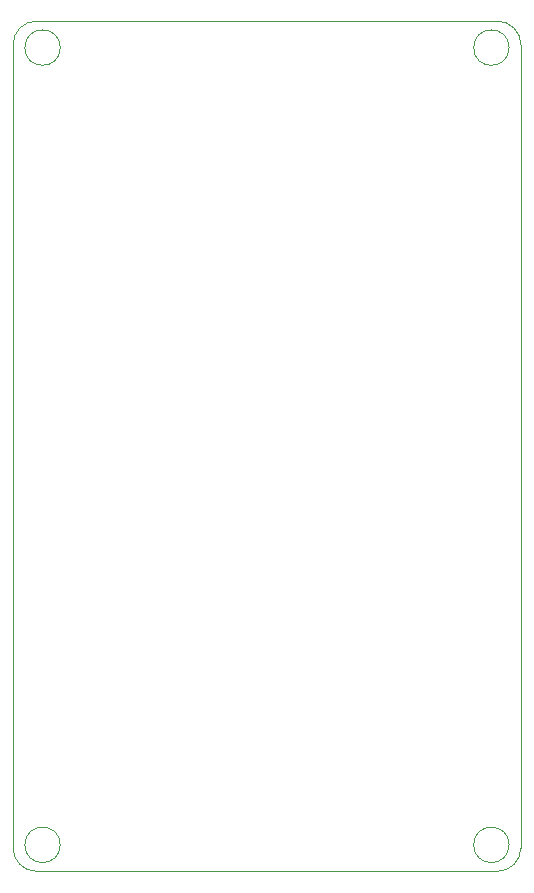
<source format=gbr>
%TF.GenerationSoftware,KiCad,Pcbnew,5.1.9*%
%TF.CreationDate,2020-12-25T23:56:19+01:00*%
%TF.ProjectId,reflow-oven,7265666c-6f77-42d6-9f76-656e2e6b6963,rev?*%
%TF.SameCoordinates,Original*%
%TF.FileFunction,Profile,NP*%
%FSLAX46Y46*%
G04 Gerber Fmt 4.6, Leading zero omitted, Abs format (unit mm)*
G04 Created by KiCad (PCBNEW 5.1.9) date 2020-12-25 23:56:19*
%MOMM*%
%LPD*%
G01*
G04 APERTURE LIST*
%TA.AperFunction,Profile*%
%ADD10C,0.050000*%
%TD*%
G04 APERTURE END LIST*
D10*
X19500000Y36000000D02*
G75*
G02*
X21500000Y34000000I0J-2000000D01*
G01*
X21500000Y-34000000D02*
G75*
G02*
X19500000Y-36000000I-2000000J0D01*
G01*
X-19500000Y-36000000D02*
G75*
G02*
X-21500000Y-34000000I0J2000000D01*
G01*
X-21500000Y34000000D02*
G75*
G02*
X-19500000Y36000000I2000000J0D01*
G01*
X20500000Y-33750000D02*
G75*
G03*
X20500000Y-33750000I-1500000J0D01*
G01*
X-17500000Y-33750000D02*
G75*
G03*
X-17500000Y-33750000I-1500000J0D01*
G01*
X20500000Y33750000D02*
G75*
G03*
X20500000Y33750000I-1500000J0D01*
G01*
X-17500000Y33750000D02*
G75*
G03*
X-17500000Y33750000I-1500000J0D01*
G01*
X-19500000Y-36000000D02*
X19500000Y-36000000D01*
X-19500000Y36000000D02*
X19500000Y36000000D01*
X21500000Y34000000D02*
X21500000Y-34000000D01*
X-21500000Y34000000D02*
X-21500000Y-34000000D01*
M02*

</source>
